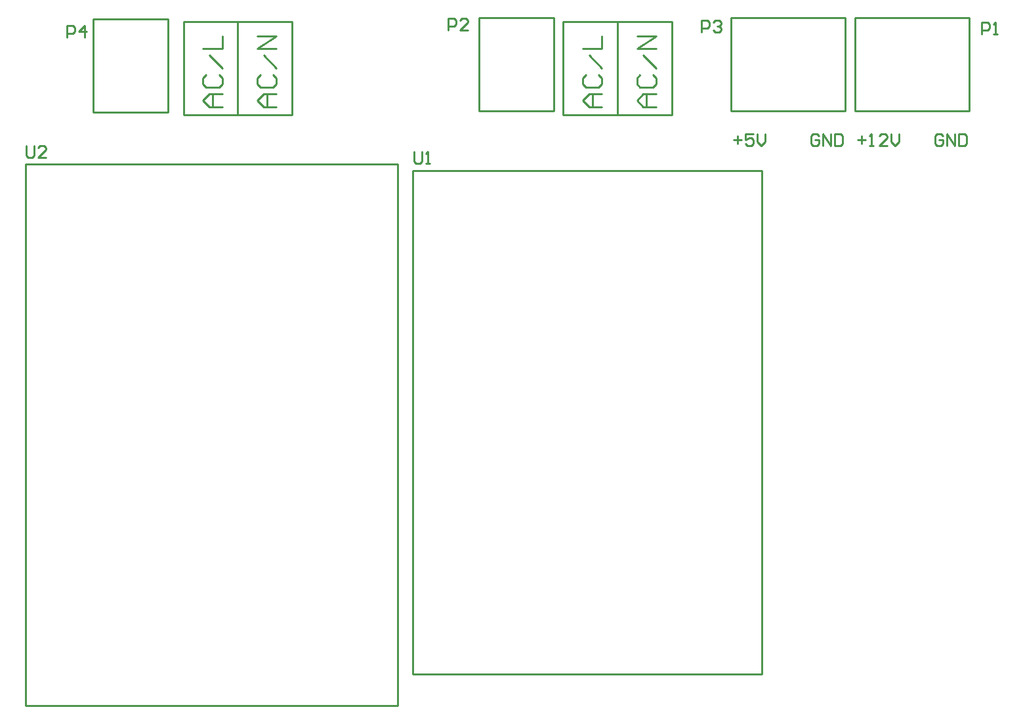
<source format=gto>
G04 Layer_Color=65535*
%FSLAX44Y44*%
%MOMM*%
G71*
G01*
G75*
%ADD14C,0.2540*%
D14*
X366000Y377500D02*
Y1076000D01*
X846000D01*
Y377500D01*
X366000D01*
X866000Y418000D02*
X1316000D01*
Y1068000D01*
X866000D01*
Y418000D01*
X1542539Y1100000D02*
X1547617D01*
X1550157Y1102539D01*
Y1107617D01*
X1545078D01*
X1542539Y1115235D02*
X1540000Y1112696D01*
Y1102539D01*
X1542539Y1100000D01*
X1555235D02*
Y1115235D01*
X1565392Y1100000D01*
Y1115235D01*
X1570470D02*
Y1100000D01*
X1578088D01*
X1580627Y1102539D01*
Y1112696D01*
X1578088Y1115235D01*
X1570470D01*
X1550157Y1112696D02*
X1547617Y1115235D01*
X1542539D01*
X1493323D02*
Y1105078D01*
X1488244Y1100000D01*
X1483166Y1105078D01*
Y1115235D01*
X1478088Y1112696D02*
X1475549Y1115235D01*
X1470470D01*
X1467931Y1112696D01*
X1478088D02*
Y1110157D01*
X1467931Y1100000D01*
X1478088D01*
X1460313D02*
X1457774D01*
Y1115235D01*
X1455235Y1112696D01*
X1450157Y1107617D02*
X1440000D01*
X1445078Y1112696D02*
Y1102539D01*
X1420627D02*
Y1112696D01*
X1418088Y1115235D01*
X1410470D01*
Y1100000D01*
X1418088D01*
X1420627Y1102539D01*
X1455235Y1100000D02*
X1460313D01*
X1436340Y1144600D02*
X1583660D01*
Y1264600D01*
X1436340D01*
Y1144600D01*
X1423660D02*
Y1264600D01*
X1276340D01*
Y1144600D01*
X1423660D01*
X1405392Y1115235D02*
Y1100000D01*
X1395235Y1115235D01*
Y1100000D01*
X1387617D02*
X1390157Y1102539D01*
Y1107617D01*
X1385078D01*
X1382539Y1115235D02*
X1380000Y1112696D01*
Y1102539D01*
X1382539Y1100000D01*
X1387617D01*
X1390157Y1112696D02*
X1387617Y1115235D01*
X1382539D01*
X1320627D02*
Y1105078D01*
X1315549Y1100000D01*
X1310470Y1105078D01*
Y1115235D01*
X1305392D02*
X1295235D01*
Y1107617D01*
X1300313Y1110157D01*
X1302853D01*
X1305392Y1107617D01*
Y1102539D01*
X1302853Y1100000D01*
X1297774D01*
X1295235Y1102539D01*
X1290157Y1107617D02*
X1280000D01*
X1285078Y1112696D02*
Y1102539D01*
X1180000Y1224976D02*
X1155008D01*
X1180000Y1241637D01*
X1155008D01*
X1163339Y1216645D02*
X1180000Y1199984D01*
Y1187488D02*
X1175835Y1191653D01*
X1180000Y1187488D02*
Y1179157D01*
X1175835Y1174992D01*
X1159173D01*
X1155008Y1179157D01*
Y1187488D01*
X1159173Y1191653D01*
X1163339Y1166661D02*
X1180000D01*
X1167504D01*
Y1150000D01*
X1163339D02*
X1155008Y1158331D01*
X1163339Y1166661D01*
Y1150000D02*
X1180000D01*
X1200000Y1140000D02*
Y1260000D01*
X1060000D01*
Y1140000D01*
X1200000D01*
X1110000Y1224976D02*
Y1241637D01*
X1130000Y1260000D02*
Y1140000D01*
X1110000Y1150000D02*
X1093339D01*
X1085008Y1158331D01*
X1093339Y1166661D01*
X1110000D01*
X1097504D01*
Y1150000D01*
X1105835Y1174992D02*
X1110000Y1179157D01*
Y1187488D01*
X1105835Y1191653D01*
X1110000Y1199984D02*
X1093339Y1216645D01*
X1085008Y1224976D02*
X1110000D01*
X1105835Y1174992D02*
X1089173D01*
X1085008Y1179157D01*
Y1187488D01*
X1089173Y1191653D01*
X1048260Y1144600D02*
Y1264600D01*
X951740D01*
Y1144600D01*
X1048260D01*
X937172Y1249220D02*
X927015D01*
X937172Y1259377D01*
Y1261916D01*
X934633Y1264455D01*
X929554D01*
X927015Y1261916D01*
X921937D02*
Y1256837D01*
X919398Y1254298D01*
X911780D01*
Y1249220D02*
Y1264455D01*
X919398D01*
X921937Y1261916D01*
X885086Y1092085D02*
X882547Y1089546D01*
X885086Y1092085D02*
Y1076850D01*
X887625D01*
X882547D01*
X874930D02*
X877469Y1079389D01*
Y1092085D01*
X867312D02*
Y1079389D01*
X869851Y1076850D01*
X874930D01*
X710000Y1260000D02*
X570000D01*
Y1140000D01*
X710000D01*
Y1260000D01*
X690000Y1241637D02*
X665008D01*
Y1224976D02*
X690000Y1241637D01*
Y1224976D02*
X665008D01*
X673339Y1216645D02*
X690000Y1199984D01*
Y1187488D02*
X685835Y1191653D01*
X669173D02*
X665008Y1187488D01*
Y1179157D01*
X669173Y1174992D01*
X685835D01*
X690000Y1179157D01*
Y1187488D01*
Y1166661D02*
X677504D01*
Y1150000D01*
X673339D02*
X665008Y1158331D01*
X673339Y1166661D01*
X690000D01*
Y1150000D02*
X673339D01*
X620000Y1179157D02*
Y1187488D01*
X615835Y1191653D01*
X599173D02*
X595008Y1187488D01*
Y1179157D01*
X599173Y1174992D01*
X615835D01*
X620000Y1179157D01*
Y1199984D02*
X603339Y1216645D01*
X595008Y1224976D02*
X620000D01*
Y1241637D01*
X640000Y1260000D02*
Y1140000D01*
X620000Y1150000D02*
X603339D01*
X595008Y1158331D01*
X603339Y1166661D01*
X620000D01*
X607504D01*
Y1150000D01*
X549910Y1143000D02*
Y1263000D01*
X453390D01*
Y1143000D01*
X549910D01*
X442853Y1240000D02*
Y1255235D01*
X435235Y1247617D01*
X445392D01*
X430157D02*
X427617Y1245078D01*
X420000D01*
Y1240000D02*
Y1255235D01*
X427617D01*
X430157Y1252696D01*
Y1247617D01*
X377427Y1100125D02*
Y1087429D01*
X374888Y1084890D01*
X369809D01*
X367270Y1087429D01*
Y1100125D01*
X385044D02*
X382505Y1097586D01*
X385044Y1100125D02*
X390123D01*
X392662Y1097586D01*
Y1095047D01*
X382505Y1084890D01*
X392662D01*
X1238000Y1246000D02*
Y1261235D01*
X1245618D01*
X1248157Y1258696D01*
Y1253617D01*
X1245618Y1251078D01*
X1238000D01*
X1253235Y1248539D02*
X1255774Y1246000D01*
X1260853D01*
X1263392Y1248539D01*
Y1251078D01*
X1260853Y1253617D01*
X1258313D01*
X1260853D01*
X1263392Y1256157D01*
Y1258696D01*
X1260853Y1261235D01*
X1255774D01*
X1253235Y1258696D01*
X1600000Y1259235D02*
X1607617D01*
X1610157Y1256696D01*
Y1251618D01*
X1607617Y1249078D01*
X1600000D01*
Y1244000D02*
Y1259235D01*
X1617774D02*
X1615235Y1256696D01*
X1617774Y1259235D02*
Y1244000D01*
X1620313D01*
X1615235D01*
M02*

</source>
